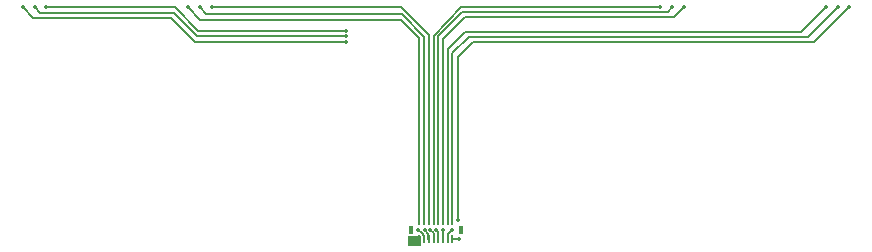
<source format=gbl>
%FSTAX23Y23*%
%MOIN*%
%SFA1B1*%

%IPPOS*%
%ADD17C,0.006000*%
%ADD18C,0.014000*%
%ADD19R,0.014960X0.027560*%
%ADD20R,0.009060X0.028740*%
%ADD21C,0.005000*%
%ADD22C,0.004000*%
%LNgel_flex-1*%
%LPD*%
G36*
X00048Y00479D02*
X00005D01*
Y00448*
X00007Y00446*
X00047*
X00048Y00479*
G37*
G54D17*
X00173Y01077D02*
X0022Y01125D01*
X00173Y00534D02*
Y01077D01*
X-00699Y01145D02*
X-00202D01*
X-00694Y01164D02*
X-00202D01*
X-00771Y01241D02*
X-00694Y01164D01*
X-00776Y01223D02*
X-00699Y01145D01*
X00893Y01209D02*
X00924Y01241D01*
X00194Y01209D02*
X00893D01*
X00122Y01136D02*
X00194Y01209D01*
X0087Y01225D02*
X00885Y01241D01*
X00186Y01225D02*
X0087D01*
X00106Y01145D02*
X00186Y01225D01*
X01359Y01125D02*
X01475Y01241D01*
X0022Y01125D02*
X01359D01*
X01338Y01142D02*
X01437Y01241D01*
X00207Y01142D02*
X01338D01*
X00153Y01088D02*
X00207Y01142D01*
X00106Y0053D02*
Y01145D01*
X00122Y0053D02*
Y01136D01*
X00194Y01159D02*
X01316D01*
X00137Y01102D02*
X00194Y01159D01*
X00137Y0053D02*
Y01102D01*
X00153Y0053D02*
Y01088D01*
X00043Y0053D02*
Y01138D01*
X-00018Y012D02*
X00043Y01138D01*
X-00687Y012D02*
X-00018D01*
X00059Y0053D02*
Y01144D01*
X-00015Y01219D02*
X00059Y01144D01*
X-00667Y01219D02*
X-00015D01*
X-00727Y01241D02*
X-00687Y012D01*
X-00688Y01241D02*
X-00667Y01219D01*
X-00785Y01206D02*
X-00705Y01127D01*
X-01245Y01206D02*
X-00785D01*
X-01279Y01241D02*
X-01245Y01206D01*
X-01222Y01223D02*
X-00776D01*
X-0124Y01241D02*
X-01222Y01223D01*
X-00705Y01127D02*
X-00202D01*
X-01201Y01241D02*
X-00771D01*
X01316Y01159D02*
X01398Y01241D01*
X00074Y0053D02*
Y01148D01*
X-00017Y01241D02*
X00074Y01148D01*
X-0065Y01241D02*
X-00017D01*
X00183D02*
X00846D01*
X0009Y01147D02*
X00183Y01241D01*
X0009Y0053D02*
Y01147D01*
G54D18*
X00173Y00534D03*
X00078Y005D03*
X0006Y005D03*
X00017Y0047D03*
Y00455D03*
X-00202Y01145D03*
Y01164D03*
Y01127D03*
X01475Y01241D03*
X01437D03*
X01398D03*
X00924D03*
X00885D03*
X00846D03*
X-01279D03*
X-01201D03*
X-0124D03*
X-0065D03*
X-00727D03*
X-00688D03*
X00099Y005D03*
X00039D03*
X00174Y00468D03*
X00122Y005D03*
X0015D03*
G54D19*
X00181Y00499D03*
X00015D03*
G54D20*
X00043Y0053D03*
X00059D03*
X00074D03*
X0009D03*
X00153D03*
X00137D03*
X00122D03*
X00106D03*
Y00468D03*
X00122D03*
X00137D03*
X00153D03*
X0009D03*
X00074D03*
X00059D03*
X00043D03*
G54D21*
X00078Y005D02*
X0009Y00488D01*
X0006Y00499D02*
Y005D01*
Y00499D02*
X00073Y00485D01*
X0005Y00488D02*
X00059Y0048D01*
Y00468D02*
Y0048D01*
X00039Y005D02*
X0005Y00488D01*
X0005*
X00153Y00468D02*
X00174D01*
X00137D02*
Y00487D01*
X0015Y005*
X00122Y00468D02*
Y005D01*
X00099Y00499D02*
X00106Y00492D01*
Y00468D02*
Y00492D01*
X0009Y00468D02*
Y00488D01*
X00073Y00469D02*
Y00485D01*
G54D22*
X00099Y00499D02*
Y005D01*
X00056Y0047D02*
X00059Y00468D01*
X00073Y00469D02*
X00074Y00468D01*
M02*
</source>
